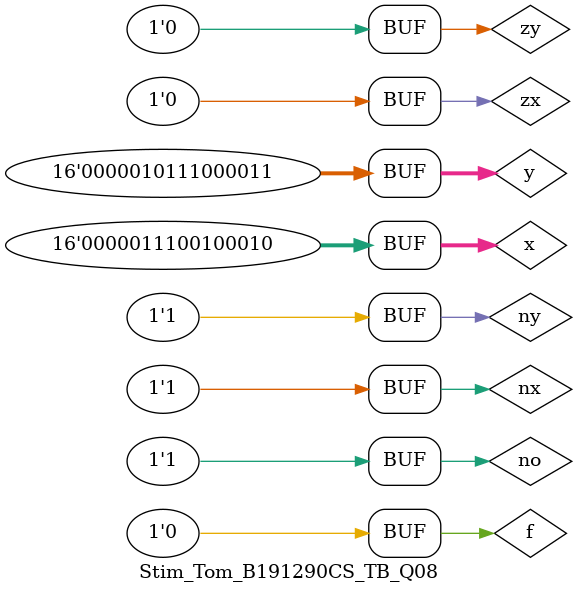
<source format=v>
module NotGate(a,b) ;

output b ;
input a ;

nand(b,a,a) ;

endmodule 

module AndGate(a,b,c) ;

output c ;
input a,b ;
wire x ;

nand(x,a,b) ;
nand(c,x,x) ; 

endmodule 

module OrGate(a,b,c) ;

output c ;
input a,b ;
wire x,y ;

nand(x,a,a) ;
nand(y,b,b) ;
nand(c,x,y) ;

endmodule 

module XorGate(a,b,c) ;

output c ; 
input a,b ;
wire a_,b_,x,y ;

NotGate Na(a,a_) ;
NotGate Nb(b,b_) ;
AndGate A1(a,b_,x) ;
AndGate A2(a_,b,y) ;
OrGate O(x,y,c) ;

endmodule 

module XnorGate(a,b,c) ;

output c ;
input a,b ;
wire x ;

XorGate X(a,b,x) ;
NotGate N(x,c) ;

endmodule 

module FullAdder(a,b,c0,s,c) ;

output s,c ;
input a,b,c0 ;
wire c_,x,x_,y,y_ ;

NotGate N(c0,c_) ;
XorGate X1(a,b,x) ;
XnorGate X2(a,b,x_) ;
AndGate A(a,b,y) ;
OrGate O(a,b,y_) ;
AndGate As1(x,c_,s1) ;
AndGate As2(x_,c0,s2) ;
AndGate Ac1(y,c_,c1) ;
AndGate Ac2(y_,c0,c2) ;
OrGate S(s1,s2,s) ;
OrGate C(c1,c2,c) ;

endmodule 

module Add16Bit(a,b,s) ;

output [15:0] s ;
input [15:0] a,b ;
wire [15:0] c ;

FullAdder F0(a[0],b[0],1'b0,s[0],c[0]) ;
FullAdder F1(a[1],b[1],c[0],s[1],c[1]) ;
FullAdder F2(a[2],b[2],c[1],s[2],c[2]) ;
FullAdder F3(a[3],b[3],c[2],s[3],c[3]) ;
FullAdder F4(a[4],b[4],c[3],s[4],c[4]) ;
FullAdder F5(a[5],b[5],c[4],s[5],c[5]) ;
FullAdder F6(a[6],b[6],c[5],s[6],c[6]) ;
FullAdder F7(a[7],b[7],c[6],s[7],c[7]) ;
FullAdder F8(a[8],b[8],c[7],s[8],c[8]) ;
FullAdder F9(a[9],b[9],c[8],s[9],c[9]) ;
FullAdder F10(a[10],b[10],c[9],s[10],c[10]) ;
FullAdder F11(a[11],b[11],c[10],s[11],c[11]) ;
FullAdder F12(a[12],b[12],c[11],s[12],c[12]) ;
FullAdder F13(a[13],b[13],c[12],s[13],c[13]) ;
FullAdder F14(a[14],b[14],c[13],s[14],c[14]) ;
FullAdder F15(a[15],b[15],c[14],s[15],c[15]) ;

endmodule 

module Neg16(a,b) ;

output [15:0] b ;
input [15:0] a ;

NotGate N[15:0](a,b) ;

endmodule

module Mux2x1(a,b,s,o) ;

output o ;
input a,b,s ;
wire s_,x,y ;

NotGate Ns(s,s_) ;
AndGate Aa(s_,a,x) ;
AndGate Ab(s,b,y) ;
OrGate O(x,y,o) ;

endmodule 

module Mux16b2x1(a,b,s,o) ;

output [15:0] o ;
input [15:0] a,b ;
input s ;

Mux2x1 M[15:0](a,b,s,o) ;

endmodule 

module AndGate16w1(a,b,c) ;

output [15:0] c ;
input [15:0] a ;
input b ; 

AndGate A[15:0](a,b,c) ;

endmodule 

module XorGate16w1(a,b,c) ;

output [15:0] c ;
input [15:0] a ;
input b ;

XorGate X[15:0](a,b,c) ;

endmodule

module AndGate16(a,b,c) ;

output [15:0] c ;
input [15:0] a,b ;

AndGate A[15:0](a,b,c) ;

endmodule 

module Nor16In(a,o) ;

output o ;
input [15:0] a ;
wire [14:0] x ;

OrGate O1(a[0],a[1],x[0]) ;
OrGate O2(a[2],a[3],x[1]) ;
OrGate O3(a[4],a[5],x[2]) ;
OrGate O4(a[6],a[7],x[3]) ;
OrGate O5(a[8],a[9],x[4]) ;
OrGate O6(a[10],a[11],x[5]) ;
OrGate O7(a[12],a[13],x[6]) ;
OrGate O8(a[14],a[15],x[7]) ;
OrGate O9(x[0],x[1],x[8]) ;
OrGate O10(x[2],x[3],x[9]) ;
OrGate O11(x[4],x[5],x[10]) ;
OrGate O12(x[6],x[7],x[11]) ;
OrGate O13(x[9],x[8],x[12]) ;
OrGate O14(x[11],x[10],x[13]) ;
OrGate O15(x[13],x[12],x[14]) ;

NotGate N(x[14],o) ;

endmodule 

module ALU(x,y,zx,nx,zy,ny,f,no,zr,ng,o) ;

output [15:0] o ;
output zr,ng ;
input [15:0] x,y ;
input zx,nx,zy,ny,f,no ;
wire [15:0] xz,yz,xn,yn,sm,an,to ;
wire zx_,zy_ ;

NotGate Nnx(zx,zx_) ;
NotGate Nny(zy,zy_) ;

AndGate16w1 Zx(x,zx_,xz) ;
AndGate16w1 Zy(y,zy_,yz) ;

XorGate16w1 Nx(xz,nx,xn) ;
XorGate16w1 Ny(yz,ny,yn) ;

Add16Bit Asm(xn,yn,sm) ;
AndGate16 Aan(xn,yn,an) ;
Mux16b2x1 Fout(an,sm,f,to) ;

XorGate16w1 No(to,no,o) ;

AndGate Ang(o[15],o[15],ng) ;
Nor16In Nzr(o,zr) ;

endmodule 

module Stim_Tom_B191290CS_TB_Q08 ;

wire [15:0] o ;
wire ng,zr ;
reg [15:0] x,y ;
reg zx,nx,zy,ny,f,no ;

ALU A(x,y,zx,nx,zy,ny,f,no,zr,ng,o) ;

initial 
begin 
	x = 16 ; y = 15 ; 
	zx = 0 ; nx = 0 ; zy = 0 ; ny = 0 ; f = 1 ; no = 0 ; #10 ; // x+y 
	zx = 0 ; nx = 1 ; zy = 0 ; ny = 0 ; f = 1 ; no = 1 ; #10 ; // x-y 
	zx = 0 ; nx = 0 ; zy = 0 ; ny = 1 ; f = 1 ; no = 1 ; #10 ; // y-x 
	zx = 1 ; nx = 0 ; zy = 1 ; ny = 0 ; f = 1 ; no = 0 ; #10 ; // 0
	zx = 1 ; nx = 1 ; zy = 1 ; ny = 1 ; f = 1 ; no = 1 ; #10 ; // 1
	zx = 1 ; nx = 1 ; zy = 1 ; ny = 0 ; f = 1 ; no = 0 ; #10 ; // -1
	zx = 0 ; nx = 0 ; zy = 1 ; ny = 1 ; f = 0 ; no = 0 ; #10 ; // x
	zx = 1 ; nx = 1 ; zy = 0 ; ny = 0 ; f = 0 ; no = 0 ; #10 ; // y
	zx = 0 ; nx = 0 ; zy = 1 ; ny = 1 ; f = 1 ; no = 1 ; #10 ; // -x
	zx = 1 ; nx = 1 ; zy = 0 ; ny = 0 ; f = 1 ; no = 1 ; #10 ; // -y 
	zx = 0 ; nx = 0 ; zy = 1 ; ny = 1 ; f = 0 ; no = 1 ; #10 ; // !x 
	zx = 1 ; nx = 1 ; zy = 0 ; ny = 0 ; f = 0 ; no = 1 ; #10 ; // !y 
	zx = 0 ; nx = 1 ; zy = 1 ; ny = 1 ; f = 1 ; no = 1 ; #10 ; // x+1
	zx = 1 ; nx = 1 ; zy = 0 ; ny = 1 ; f = 1 ; no = 1 ; #10 ; // y+1
	zx = 0 ; nx = 0 ; zy = 1 ; ny = 1 ; f = 1 ; no = 0 ; #10 ; // x-1 
	zx = 1 ; nx = 1 ; zy = 0 ; ny = 0 ; f = 1 ; no = 0 ; #10 ; // y-1
	zx = 0 ; nx = 0 ; zy = 0 ; ny = 0 ; f = 0 ; no = 0 ; #10 ; // x&y 
	zx = 0 ; nx = 1 ; zy = 0 ; ny = 1 ; f = 0 ; no = 1 ; #10 ; // x|y 
	x = 1826 ; y = 1475 ; 
	zx = 0 ; nx = 0 ; zy = 0 ; ny = 0 ; f = 1 ; no = 0 ; #10 ; // x+y 
	zx = 0 ; nx = 1 ; zy = 0 ; ny = 0 ; f = 1 ; no = 1 ; #10 ; // x-y 
	zx = 0 ; nx = 0 ; zy = 0 ; ny = 1 ; f = 1 ; no = 1 ; #10 ; // y-x 
	zx = 1 ; nx = 0 ; zy = 1 ; ny = 0 ; f = 1 ; no = 0 ; #10 ; // 0
	zx = 1 ; nx = 1 ; zy = 1 ; ny = 1 ; f = 1 ; no = 1 ; #10 ; // 1
	zx = 1 ; nx = 1 ; zy = 1 ; ny = 0 ; f = 1 ; no = 0 ; #10 ; // -1
	zx = 0 ; nx = 0 ; zy = 1 ; ny = 1 ; f = 0 ; no = 0 ; #10 ; // x
	zx = 1 ; nx = 1 ; zy = 0 ; ny = 0 ; f = 0 ; no = 0 ; #10 ; // y
	zx = 0 ; nx = 0 ; zy = 1 ; ny = 1 ; f = 1 ; no = 1 ; #10 ; // -x
	zx = 1 ; nx = 1 ; zy = 0 ; ny = 0 ; f = 1 ; no = 1 ; #10 ; // -y 
	zx = 0 ; nx = 0 ; zy = 1 ; ny = 1 ; f = 0 ; no = 1 ; #10 ; // !x 
	zx = 1 ; nx = 1 ; zy = 0 ; ny = 0 ; f = 0 ; no = 1 ; #10 ; // !y 
	zx = 0 ; nx = 1 ; zy = 1 ; ny = 1 ; f = 1 ; no = 1 ; #10 ; // x+1
	zx = 1 ; nx = 1 ; zy = 0 ; ny = 1 ; f = 1 ; no = 1 ; #10 ; // y+1
	zx = 0 ; nx = 0 ; zy = 1 ; ny = 1 ; f = 1 ; no = 0 ; #10 ; // x-1 
	zx = 1 ; nx = 1 ; zy = 0 ; ny = 0 ; f = 1 ; no = 0 ; #10 ; // y-1
	zx = 0 ; nx = 0 ; zy = 0 ; ny = 0 ; f = 0 ; no = 0 ; #10 ; // x&y 
	zx = 0 ; nx = 1 ; zy = 0 ; ny = 1 ; f = 0 ; no = 1 ; #10 ; // x|y 
end

endmodule
	

</source>
